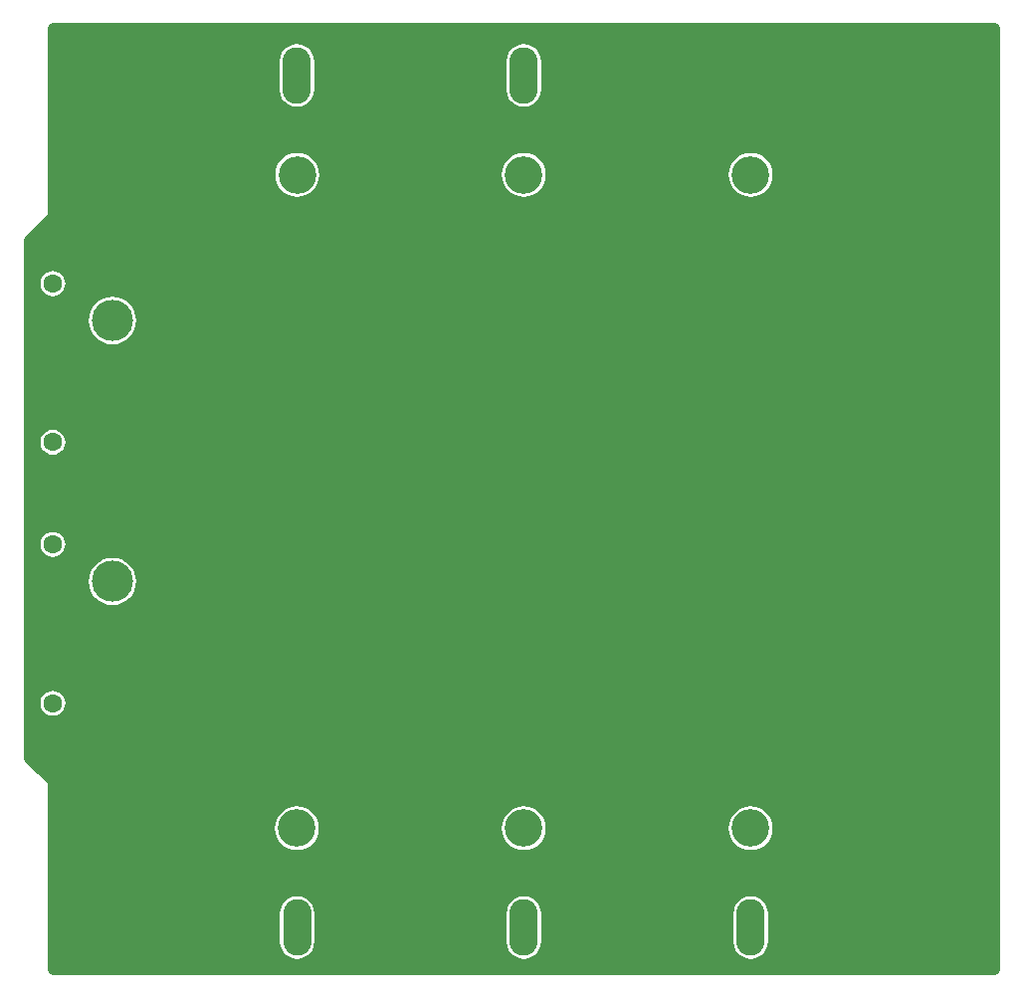
<source format=gbl>
G04*
G04 #@! TF.GenerationSoftware,Altium Limited,Altium Designer,20.0.10 (225)*
G04*
G04 Layer_Physical_Order=2*
G04 Layer_Color=16711680*
%FSLAX25Y25*%
%MOIN*%
G70*
G01*
G75*
%ADD11C,0.03937*%
%ADD18C,0.13780*%
%ADD19O,0.09449X0.18898*%
%ADD20C,0.12598*%
%ADD21C,0.06299*%
%ADD22C,0.31496*%
G36*
X370079D02*
X55118D01*
Y62992D01*
X47244Y70866D01*
Y244094D01*
X55118Y251969D01*
Y314961D01*
X370079Y314961D01*
X370079Y0D01*
D02*
G37*
%LPC*%
G36*
X136601Y309928D02*
X135107Y309732D01*
X133714Y309155D01*
X132518Y308237D01*
X131601Y307042D01*
X131024Y305649D01*
X130827Y304155D01*
Y294706D01*
X131024Y293212D01*
X131601Y291819D01*
X132518Y290623D01*
X133714Y289706D01*
X135107Y289129D01*
X136601Y288932D01*
X138096Y289129D01*
X139488Y289706D01*
X140684Y290623D01*
X141602Y291819D01*
X142178Y293212D01*
X142375Y294706D01*
Y304155D01*
X142178Y305649D01*
X141602Y307042D01*
X140684Y308237D01*
X139488Y309155D01*
X138096Y309732D01*
X136601Y309928D01*
D02*
G37*
G36*
X212590Y309928D02*
X211095Y309731D01*
X209703Y309155D01*
X208507Y308237D01*
X207590Y307041D01*
X207013Y305649D01*
X206816Y304154D01*
Y294706D01*
X207013Y293211D01*
X207590Y291819D01*
X208507Y290623D01*
X209703Y289705D01*
X211095Y289128D01*
X212590Y288932D01*
X214084Y289128D01*
X215477Y289705D01*
X216673Y290623D01*
X217590Y291819D01*
X218167Y293211D01*
X218364Y294706D01*
Y304154D01*
X218167Y305649D01*
X217590Y307041D01*
X216673Y308237D01*
X215477Y309155D01*
X214084Y309731D01*
X212590Y309928D01*
D02*
G37*
G36*
X212591Y273519D02*
X211160Y273378D01*
X209784Y272960D01*
X208516Y272283D01*
X207404Y271371D01*
X206492Y270259D01*
X205815Y268991D01*
X205397Y267615D01*
X205256Y266184D01*
X205397Y264753D01*
X205815Y263377D01*
X206492Y262109D01*
X207404Y260998D01*
X208516Y260086D01*
X209784Y259408D01*
X211160Y258991D01*
X212591Y258850D01*
X214022Y258991D01*
X215398Y259408D01*
X216666Y260086D01*
X217777Y260998D01*
X218689Y262109D01*
X219367Y263377D01*
X219784Y264753D01*
X219925Y266184D01*
X219784Y267615D01*
X219367Y268991D01*
X218689Y270259D01*
X217777Y271371D01*
X216666Y272283D01*
X215398Y272960D01*
X214022Y273378D01*
X212591Y273519D01*
D02*
G37*
G36*
X136608Y273516D02*
X135177Y273375D01*
X133801Y272957D01*
X132533Y272280D01*
X131421Y271367D01*
X130509Y270256D01*
X129831Y268988D01*
X129414Y267612D01*
X129273Y266181D01*
X129414Y264750D01*
X129831Y263374D01*
X130509Y262106D01*
X131421Y260995D01*
X132533Y260083D01*
X133801Y259405D01*
X135177Y258987D01*
X136608Y258847D01*
X138038Y258987D01*
X139414Y259405D01*
X140682Y260083D01*
X141794Y260995D01*
X142706Y262106D01*
X143384Y263374D01*
X143801Y264750D01*
X143942Y266181D01*
X143801Y267612D01*
X143384Y268988D01*
X142706Y270256D01*
X141794Y271367D01*
X140682Y272280D01*
X139414Y272957D01*
X138038Y273375D01*
X136608Y273516D01*
D02*
G37*
G36*
X288578Y273515D02*
X287147Y273374D01*
X285771Y272957D01*
X284503Y272279D01*
X283391Y271367D01*
X282479Y270256D01*
X281801Y268987D01*
X281384Y267612D01*
X281243Y266181D01*
X281384Y264750D01*
X281801Y263374D01*
X282479Y262106D01*
X283391Y260994D01*
X284503Y260082D01*
X285771Y259404D01*
X287147Y258987D01*
X288578Y258846D01*
X290008Y258987D01*
X291384Y259404D01*
X292652Y260082D01*
X293764Y260994D01*
X294676Y262106D01*
X295354Y263374D01*
X295771Y264750D01*
X295912Y266181D01*
X295771Y267612D01*
X295354Y268987D01*
X294676Y270256D01*
X293764Y271367D01*
X292652Y272279D01*
X291384Y272957D01*
X290008Y273374D01*
X288578Y273515D01*
D02*
G37*
G36*
X54803Y233910D02*
X53720Y233767D01*
X52710Y233349D01*
X51844Y232684D01*
X51178Y231817D01*
X50760Y230808D01*
X50618Y229724D01*
X50760Y228641D01*
X51178Y227632D01*
X51844Y226765D01*
X52710Y226100D01*
X53720Y225682D01*
X54803Y225539D01*
X55886Y225682D01*
X56896Y226100D01*
X57763Y226765D01*
X58428Y227632D01*
X58846Y228641D01*
X58989Y229724D01*
X58846Y230808D01*
X58428Y231817D01*
X57763Y232684D01*
X56896Y233349D01*
X55886Y233767D01*
X54803Y233910D01*
D02*
G37*
G36*
X74803Y225251D02*
X73256Y225098D01*
X71769Y224647D01*
X70399Y223915D01*
X69197Y222929D01*
X68211Y221727D01*
X67479Y220357D01*
X67027Y218869D01*
X66875Y217323D01*
X67027Y215776D01*
X67479Y214289D01*
X68211Y212918D01*
X69197Y211717D01*
X70399Y210731D01*
X71769Y209998D01*
X73256Y209547D01*
X74803Y209395D01*
X76350Y209547D01*
X77837Y209998D01*
X79208Y210731D01*
X80409Y211717D01*
X81395Y212918D01*
X82128Y214289D01*
X82579Y215776D01*
X82731Y217323D01*
X82579Y218869D01*
X82128Y220357D01*
X81395Y221727D01*
X80409Y222929D01*
X79208Y223915D01*
X77837Y224647D01*
X76350Y225098D01*
X74803Y225251D01*
D02*
G37*
G36*
X54803Y180760D02*
X53720Y180618D01*
X52710Y180200D01*
X51844Y179534D01*
X51178Y178667D01*
X50760Y177658D01*
X50618Y176575D01*
X50760Y175492D01*
X51178Y174482D01*
X51844Y173615D01*
X52710Y172950D01*
X53720Y172532D01*
X54803Y172389D01*
X55886Y172532D01*
X56896Y172950D01*
X57763Y173615D01*
X58428Y174482D01*
X58846Y175492D01*
X58989Y176575D01*
X58846Y177658D01*
X58428Y178667D01*
X57763Y179534D01*
X56896Y180200D01*
X55886Y180618D01*
X54803Y180760D01*
D02*
G37*
G36*
Y146508D02*
X53720Y146366D01*
X52710Y145948D01*
X51844Y145282D01*
X51178Y144415D01*
X50760Y143406D01*
X50618Y142323D01*
X50760Y141240D01*
X51178Y140230D01*
X51844Y139363D01*
X52710Y138698D01*
X53720Y138280D01*
X54803Y138137D01*
X55886Y138280D01*
X56896Y138698D01*
X57763Y139363D01*
X58428Y140230D01*
X58846Y141240D01*
X58989Y142323D01*
X58846Y143406D01*
X58428Y144415D01*
X57763Y145282D01*
X56896Y145948D01*
X55886Y146366D01*
X54803Y146508D01*
D02*
G37*
G36*
X74803Y137849D02*
X73256Y137697D01*
X71769Y137246D01*
X70399Y136513D01*
X69197Y135527D01*
X68211Y134326D01*
X67479Y132955D01*
X67027Y131468D01*
X66875Y129921D01*
X67027Y128375D01*
X67479Y126887D01*
X68211Y125517D01*
X69197Y124315D01*
X70399Y123329D01*
X71769Y122597D01*
X73256Y122146D01*
X74803Y121993D01*
X76350Y122146D01*
X77837Y122597D01*
X79208Y123329D01*
X80409Y124315D01*
X81395Y125517D01*
X82128Y126887D01*
X82579Y128375D01*
X82731Y129921D01*
X82579Y131468D01*
X82128Y132955D01*
X81395Y134326D01*
X80409Y135527D01*
X79208Y136513D01*
X77837Y137246D01*
X76350Y137697D01*
X74803Y137849D01*
D02*
G37*
G36*
X54803Y93359D02*
X53720Y93216D01*
X52710Y92798D01*
X51844Y92133D01*
X51178Y91266D01*
X50760Y90257D01*
X50618Y89173D01*
X50760Y88090D01*
X51178Y87081D01*
X51844Y86214D01*
X52710Y85549D01*
X53720Y85130D01*
X54803Y84988D01*
X55886Y85130D01*
X56896Y85549D01*
X57763Y86214D01*
X58428Y87081D01*
X58846Y88090D01*
X58989Y89173D01*
X58846Y90257D01*
X58428Y91266D01*
X57763Y92133D01*
X56896Y92798D01*
X55886Y93216D01*
X54803Y93359D01*
D02*
G37*
G36*
X212583Y54582D02*
X211152Y54441D01*
X209776Y54023D01*
X208508Y53346D01*
X207396Y52434D01*
X206484Y51322D01*
X205806Y50054D01*
X205389Y48678D01*
X205248Y47247D01*
X205389Y45816D01*
X205806Y44440D01*
X206484Y43172D01*
X207396Y42061D01*
X208508Y41149D01*
X209776Y40471D01*
X211152Y40054D01*
X212583Y39913D01*
X214014Y40054D01*
X215389Y40471D01*
X216658Y41149D01*
X217769Y42061D01*
X218681Y43172D01*
X219359Y44440D01*
X219776Y45816D01*
X219917Y47247D01*
X219776Y48678D01*
X219359Y50054D01*
X218681Y51322D01*
X217769Y52434D01*
X216658Y53346D01*
X215389Y54023D01*
X214014Y54441D01*
X212583Y54582D01*
D02*
G37*
G36*
X136599Y54579D02*
X135168Y54438D01*
X133792Y54020D01*
X132524Y53342D01*
X131413Y52430D01*
X130501Y51319D01*
X129823Y50051D01*
X129406Y48675D01*
X129265Y47244D01*
X129406Y45813D01*
X129823Y44437D01*
X130501Y43169D01*
X131413Y42058D01*
X132524Y41146D01*
X133792Y40468D01*
X135168Y40051D01*
X136599Y39910D01*
X138030Y40051D01*
X139406Y40468D01*
X140674Y41146D01*
X141786Y42058D01*
X142698Y43169D01*
X143375Y44437D01*
X143793Y45813D01*
X143934Y47244D01*
X143793Y48675D01*
X143375Y50051D01*
X142698Y51319D01*
X141786Y52430D01*
X140674Y53342D01*
X139406Y54020D01*
X138030Y54438D01*
X136599Y54579D01*
D02*
G37*
G36*
X288569Y54578D02*
X287138Y54437D01*
X285763Y54020D01*
X284494Y53342D01*
X283383Y52430D01*
X282471Y51319D01*
X281793Y50050D01*
X281376Y48675D01*
X281235Y47244D01*
X281376Y45813D01*
X281793Y44437D01*
X282471Y43169D01*
X283383Y42057D01*
X284494Y41145D01*
X285763Y40468D01*
X287138Y40050D01*
X288569Y39909D01*
X290000Y40050D01*
X291376Y40468D01*
X292644Y41145D01*
X293756Y42057D01*
X294668Y43169D01*
X295345Y44437D01*
X295763Y45813D01*
X295904Y47244D01*
X295763Y48675D01*
X295345Y50050D01*
X294668Y51319D01*
X293756Y52430D01*
X292644Y53342D01*
X291376Y54020D01*
X290000Y54437D01*
X288569Y54578D01*
D02*
G37*
G36*
X136604Y24494D02*
X135110Y24297D01*
X133717Y23721D01*
X132522Y22803D01*
X131604Y21607D01*
X131027Y20215D01*
X130831Y18721D01*
Y9272D01*
X131027Y7777D01*
X131604Y6385D01*
X132522Y5189D01*
X133717Y4271D01*
X135110Y3695D01*
X136604Y3498D01*
X138099Y3695D01*
X139491Y4271D01*
X140687Y5189D01*
X141605Y6385D01*
X142181Y7777D01*
X142378Y9272D01*
Y18721D01*
X142181Y20215D01*
X141605Y21607D01*
X140687Y22803D01*
X139491Y23721D01*
X138099Y24297D01*
X136604Y24494D01*
D02*
G37*
G36*
X212593Y24494D02*
X211099Y24297D01*
X209706Y23720D01*
X208510Y22803D01*
X207593Y21607D01*
X207016Y20214D01*
X206819Y18720D01*
Y9271D01*
X207016Y7777D01*
X207593Y6384D01*
X208510Y5189D01*
X209706Y4271D01*
X211099Y3694D01*
X212593Y3497D01*
X214087Y3694D01*
X215480Y4271D01*
X216676Y5189D01*
X217593Y6384D01*
X218170Y7777D01*
X218367Y9271D01*
Y18720D01*
X218170Y20214D01*
X217593Y21607D01*
X216676Y22803D01*
X215480Y23720D01*
X214087Y24297D01*
X212593Y24494D01*
D02*
G37*
G36*
X288582Y24491D02*
X287088Y24294D01*
X285695Y23718D01*
X284500Y22800D01*
X283582Y21604D01*
X283005Y20212D01*
X282808Y18717D01*
Y9268D01*
X283005Y7774D01*
X283582Y6382D01*
X284500Y5186D01*
X285695Y4268D01*
X287088Y3691D01*
X288582Y3495D01*
X290077Y3691D01*
X291469Y4268D01*
X292665Y5186D01*
X293583Y6382D01*
X294159Y7774D01*
X294356Y9268D01*
Y18717D01*
X294159Y20212D01*
X293583Y21604D01*
X292665Y22800D01*
X291469Y23718D01*
X290077Y24294D01*
X288582Y24491D01*
D02*
G37*
%LPD*%
D11*
X55118Y0D02*
X370079D01*
X55118D02*
Y62992D01*
X47244Y70866D02*
X55118Y62992D01*
X47244Y70866D02*
Y244094D01*
X55118Y251969D01*
Y314961D01*
X370079D01*
Y0D02*
Y314961D01*
D18*
X74803Y129921D02*
D03*
Y101575D02*
D03*
Y188976D02*
D03*
Y217323D02*
D03*
D19*
X288582Y13993D02*
D03*
X136604Y13996D02*
D03*
X212593Y13996D02*
D03*
X136601Y299430D02*
D03*
X212590Y299430D02*
D03*
X288579Y299427D02*
D03*
D20*
X136599Y47244D02*
D03*
X212583Y47247D02*
D03*
X288569Y47244D02*
D03*
X136608Y266181D02*
D03*
X212591Y266184D02*
D03*
X288578Y266181D02*
D03*
D21*
X54803Y142323D02*
D03*
Y89173D02*
D03*
Y176575D02*
D03*
Y229724D02*
D03*
D22*
X346457Y291339D02*
D03*
X78740Y23622D02*
D03*
X346457D02*
D03*
X78740Y291339D02*
D03*
M02*

</source>
